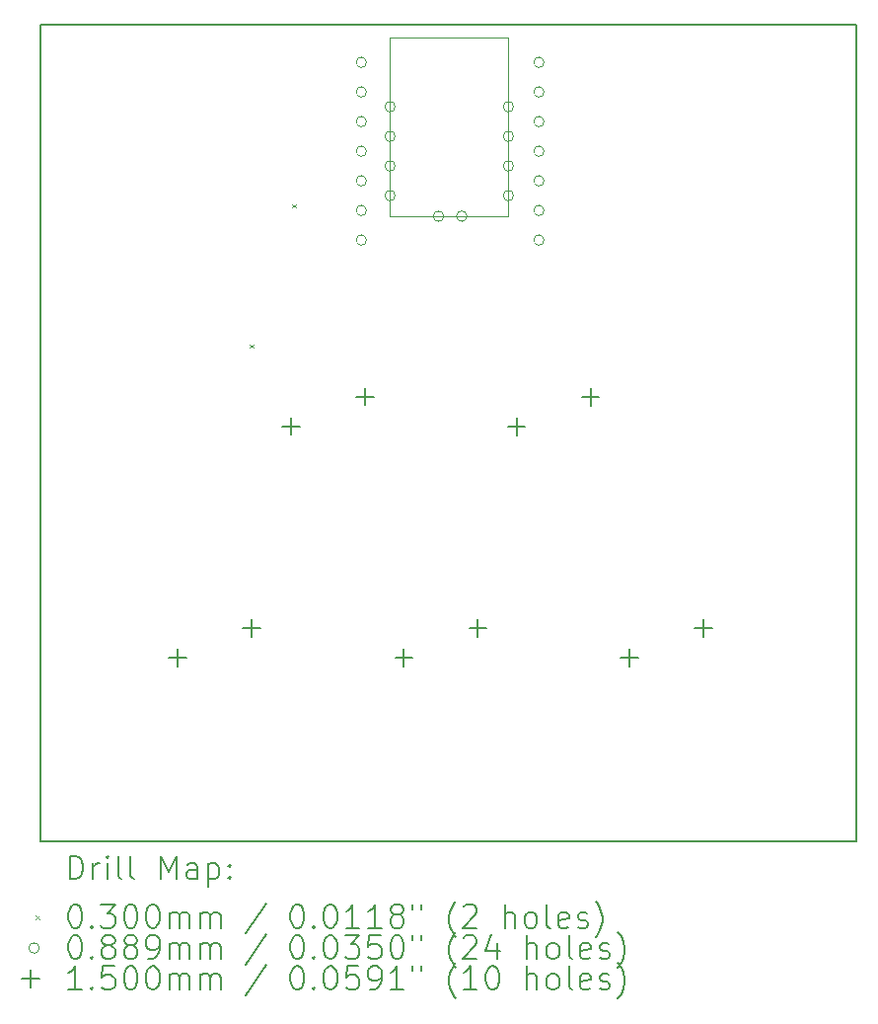
<source format=gbr>
%TF.GenerationSoftware,KiCad,Pcbnew,8.0.8*%
%TF.CreationDate,2025-02-25T17:24:45-05:00*%
%TF.ProjectId,keyboard,6b657962-6f61-4726-942e-6b696361645f,rev?*%
%TF.SameCoordinates,Original*%
%TF.FileFunction,Drillmap*%
%TF.FilePolarity,Positive*%
%FSLAX45Y45*%
G04 Gerber Fmt 4.5, Leading zero omitted, Abs format (unit mm)*
G04 Created by KiCad (PCBNEW 8.0.8) date 2025-02-25 17:24:45*
%MOMM*%
%LPD*%
G01*
G04 APERTURE LIST*
%ADD10C,0.200000*%
%ADD11C,0.120000*%
%ADD12C,0.100000*%
%ADD13C,0.150000*%
G04 APERTURE END LIST*
D10*
X9650000Y-8610500D02*
X16650000Y-8610500D01*
X16650000Y-15610500D01*
X9650000Y-15610500D01*
X9650000Y-8610500D01*
D11*
X12650000Y-8716500D02*
X12650000Y-10248981D01*
X12650000Y-10248981D02*
X13665901Y-10248981D01*
X13665901Y-8716500D02*
X12650000Y-8716500D01*
X13666000Y-10248981D02*
X13666000Y-8716500D01*
D10*
D12*
X11449000Y-11347500D02*
X11479000Y-11377500D01*
X11479000Y-11347500D02*
X11449000Y-11377500D01*
X11810000Y-10145500D02*
X11840000Y-10175500D01*
X11840000Y-10145500D02*
X11810000Y-10175500D01*
X12448351Y-8929500D02*
G75*
G02*
X12359451Y-8929500I-44450J0D01*
G01*
X12359451Y-8929500D02*
G75*
G02*
X12448351Y-8929500I44450J0D01*
G01*
X12448351Y-9183500D02*
G75*
G02*
X12359451Y-9183500I-44450J0D01*
G01*
X12359451Y-9183500D02*
G75*
G02*
X12448351Y-9183500I44450J0D01*
G01*
X12448351Y-9437500D02*
G75*
G02*
X12359451Y-9437500I-44450J0D01*
G01*
X12359451Y-9437500D02*
G75*
G02*
X12448351Y-9437500I44450J0D01*
G01*
X12448351Y-9691500D02*
G75*
G02*
X12359451Y-9691500I-44450J0D01*
G01*
X12359451Y-9691500D02*
G75*
G02*
X12448351Y-9691500I44450J0D01*
G01*
X12448351Y-9945500D02*
G75*
G02*
X12359451Y-9945500I-44450J0D01*
G01*
X12359451Y-9945500D02*
G75*
G02*
X12448351Y-9945500I44450J0D01*
G01*
X12448351Y-10199500D02*
G75*
G02*
X12359451Y-10199500I-44450J0D01*
G01*
X12359451Y-10199500D02*
G75*
G02*
X12448351Y-10199500I44450J0D01*
G01*
X12448351Y-10453500D02*
G75*
G02*
X12359451Y-10453500I-44450J0D01*
G01*
X12359451Y-10453500D02*
G75*
G02*
X12448351Y-10453500I44450J0D01*
G01*
X12694450Y-9310500D02*
G75*
G02*
X12605550Y-9310500I-44450J0D01*
G01*
X12605550Y-9310500D02*
G75*
G02*
X12694450Y-9310500I44450J0D01*
G01*
X12694450Y-9564500D02*
G75*
G02*
X12605550Y-9564500I-44450J0D01*
G01*
X12605550Y-9564500D02*
G75*
G02*
X12694450Y-9564500I44450J0D01*
G01*
X12694450Y-9818500D02*
G75*
G02*
X12605550Y-9818500I-44450J0D01*
G01*
X12605550Y-9818500D02*
G75*
G02*
X12694450Y-9818500I44450J0D01*
G01*
X12694450Y-10072500D02*
G75*
G02*
X12605550Y-10072500I-44450J0D01*
G01*
X12605550Y-10072500D02*
G75*
G02*
X12694450Y-10072500I44450J0D01*
G01*
X13110351Y-10248981D02*
G75*
G02*
X13021451Y-10248981I-44450J0D01*
G01*
X13021451Y-10248981D02*
G75*
G02*
X13110351Y-10248981I44450J0D01*
G01*
X13310351Y-10248981D02*
G75*
G02*
X13221451Y-10248981I-44450J0D01*
G01*
X13221451Y-10248981D02*
G75*
G02*
X13310351Y-10248981I44450J0D01*
G01*
X13710450Y-9310500D02*
G75*
G02*
X13621550Y-9310500I-44450J0D01*
G01*
X13621550Y-9310500D02*
G75*
G02*
X13710450Y-9310500I44450J0D01*
G01*
X13710450Y-9564500D02*
G75*
G02*
X13621550Y-9564500I-44450J0D01*
G01*
X13621550Y-9564500D02*
G75*
G02*
X13710450Y-9564500I44450J0D01*
G01*
X13710450Y-9818500D02*
G75*
G02*
X13621550Y-9818500I-44450J0D01*
G01*
X13621550Y-9818500D02*
G75*
G02*
X13710450Y-9818500I44450J0D01*
G01*
X13710450Y-10072500D02*
G75*
G02*
X13621550Y-10072500I-44450J0D01*
G01*
X13621550Y-10072500D02*
G75*
G02*
X13710450Y-10072500I44450J0D01*
G01*
X13972351Y-8929500D02*
G75*
G02*
X13883451Y-8929500I-44450J0D01*
G01*
X13883451Y-8929500D02*
G75*
G02*
X13972351Y-8929500I44450J0D01*
G01*
X13972351Y-9183500D02*
G75*
G02*
X13883451Y-9183500I-44450J0D01*
G01*
X13883451Y-9183500D02*
G75*
G02*
X13972351Y-9183500I44450J0D01*
G01*
X13972351Y-9437500D02*
G75*
G02*
X13883451Y-9437500I-44450J0D01*
G01*
X13883451Y-9437500D02*
G75*
G02*
X13972351Y-9437500I44450J0D01*
G01*
X13972351Y-9691500D02*
G75*
G02*
X13883451Y-9691500I-44450J0D01*
G01*
X13883451Y-9691500D02*
G75*
G02*
X13972351Y-9691500I44450J0D01*
G01*
X13972351Y-9945500D02*
G75*
G02*
X13883451Y-9945500I-44450J0D01*
G01*
X13883451Y-9945500D02*
G75*
G02*
X13972351Y-9945500I44450J0D01*
G01*
X13972351Y-10199500D02*
G75*
G02*
X13883451Y-10199500I-44450J0D01*
G01*
X13883451Y-10199500D02*
G75*
G02*
X13972351Y-10199500I44450J0D01*
G01*
X13972351Y-10453500D02*
G75*
G02*
X13883451Y-10453500I-44450J0D01*
G01*
X13883451Y-10453500D02*
G75*
G02*
X13972351Y-10453500I44450J0D01*
G01*
D13*
X10829000Y-13961500D02*
X10829000Y-14111500D01*
X10754000Y-14036500D02*
X10904000Y-14036500D01*
X11464000Y-13707500D02*
X11464000Y-13857500D01*
X11389000Y-13782500D02*
X11539000Y-13782500D01*
X11799000Y-11974000D02*
X11799000Y-12124000D01*
X11724000Y-12049000D02*
X11874000Y-12049000D01*
X12434000Y-11720000D02*
X12434000Y-11870000D01*
X12359000Y-11795000D02*
X12509000Y-11795000D01*
X12770000Y-13960500D02*
X12770000Y-14110500D01*
X12695000Y-14035500D02*
X12845000Y-14035500D01*
X13405000Y-13706500D02*
X13405000Y-13856500D01*
X13330000Y-13781500D02*
X13480000Y-13781500D01*
X13736000Y-11975500D02*
X13736000Y-12125500D01*
X13661000Y-12050500D02*
X13811000Y-12050500D01*
X14371000Y-11721500D02*
X14371000Y-11871500D01*
X14296000Y-11796500D02*
X14446000Y-11796500D01*
X14704000Y-13961500D02*
X14704000Y-14111500D01*
X14629000Y-14036500D02*
X14779000Y-14036500D01*
X15339000Y-13707500D02*
X15339000Y-13857500D01*
X15264000Y-13782500D02*
X15414000Y-13782500D01*
D10*
X9900777Y-15931984D02*
X9900777Y-15731984D01*
X9900777Y-15731984D02*
X9948396Y-15731984D01*
X9948396Y-15731984D02*
X9976967Y-15741508D01*
X9976967Y-15741508D02*
X9996015Y-15760555D01*
X9996015Y-15760555D02*
X10005539Y-15779603D01*
X10005539Y-15779603D02*
X10015063Y-15817698D01*
X10015063Y-15817698D02*
X10015063Y-15846269D01*
X10015063Y-15846269D02*
X10005539Y-15884365D01*
X10005539Y-15884365D02*
X9996015Y-15903412D01*
X9996015Y-15903412D02*
X9976967Y-15922460D01*
X9976967Y-15922460D02*
X9948396Y-15931984D01*
X9948396Y-15931984D02*
X9900777Y-15931984D01*
X10100777Y-15931984D02*
X10100777Y-15798650D01*
X10100777Y-15836746D02*
X10110301Y-15817698D01*
X10110301Y-15817698D02*
X10119824Y-15808174D01*
X10119824Y-15808174D02*
X10138872Y-15798650D01*
X10138872Y-15798650D02*
X10157920Y-15798650D01*
X10224586Y-15931984D02*
X10224586Y-15798650D01*
X10224586Y-15731984D02*
X10215063Y-15741508D01*
X10215063Y-15741508D02*
X10224586Y-15751031D01*
X10224586Y-15751031D02*
X10234110Y-15741508D01*
X10234110Y-15741508D02*
X10224586Y-15731984D01*
X10224586Y-15731984D02*
X10224586Y-15751031D01*
X10348396Y-15931984D02*
X10329348Y-15922460D01*
X10329348Y-15922460D02*
X10319824Y-15903412D01*
X10319824Y-15903412D02*
X10319824Y-15731984D01*
X10453158Y-15931984D02*
X10434110Y-15922460D01*
X10434110Y-15922460D02*
X10424586Y-15903412D01*
X10424586Y-15903412D02*
X10424586Y-15731984D01*
X10681729Y-15931984D02*
X10681729Y-15731984D01*
X10681729Y-15731984D02*
X10748396Y-15874841D01*
X10748396Y-15874841D02*
X10815063Y-15731984D01*
X10815063Y-15731984D02*
X10815063Y-15931984D01*
X10996015Y-15931984D02*
X10996015Y-15827222D01*
X10996015Y-15827222D02*
X10986491Y-15808174D01*
X10986491Y-15808174D02*
X10967444Y-15798650D01*
X10967444Y-15798650D02*
X10929348Y-15798650D01*
X10929348Y-15798650D02*
X10910301Y-15808174D01*
X10996015Y-15922460D02*
X10976967Y-15931984D01*
X10976967Y-15931984D02*
X10929348Y-15931984D01*
X10929348Y-15931984D02*
X10910301Y-15922460D01*
X10910301Y-15922460D02*
X10900777Y-15903412D01*
X10900777Y-15903412D02*
X10900777Y-15884365D01*
X10900777Y-15884365D02*
X10910301Y-15865317D01*
X10910301Y-15865317D02*
X10929348Y-15855793D01*
X10929348Y-15855793D02*
X10976967Y-15855793D01*
X10976967Y-15855793D02*
X10996015Y-15846269D01*
X11091253Y-15798650D02*
X11091253Y-15998650D01*
X11091253Y-15808174D02*
X11110301Y-15798650D01*
X11110301Y-15798650D02*
X11148396Y-15798650D01*
X11148396Y-15798650D02*
X11167444Y-15808174D01*
X11167444Y-15808174D02*
X11176967Y-15817698D01*
X11176967Y-15817698D02*
X11186491Y-15836746D01*
X11186491Y-15836746D02*
X11186491Y-15893888D01*
X11186491Y-15893888D02*
X11176967Y-15912936D01*
X11176967Y-15912936D02*
X11167444Y-15922460D01*
X11167444Y-15922460D02*
X11148396Y-15931984D01*
X11148396Y-15931984D02*
X11110301Y-15931984D01*
X11110301Y-15931984D02*
X11091253Y-15922460D01*
X11272205Y-15912936D02*
X11281729Y-15922460D01*
X11281729Y-15922460D02*
X11272205Y-15931984D01*
X11272205Y-15931984D02*
X11262682Y-15922460D01*
X11262682Y-15922460D02*
X11272205Y-15912936D01*
X11272205Y-15912936D02*
X11272205Y-15931984D01*
X11272205Y-15808174D02*
X11281729Y-15817698D01*
X11281729Y-15817698D02*
X11272205Y-15827222D01*
X11272205Y-15827222D02*
X11262682Y-15817698D01*
X11262682Y-15817698D02*
X11272205Y-15808174D01*
X11272205Y-15808174D02*
X11272205Y-15827222D01*
D12*
X9610000Y-16245500D02*
X9640000Y-16275500D01*
X9640000Y-16245500D02*
X9610000Y-16275500D01*
D10*
X9938872Y-16151984D02*
X9957920Y-16151984D01*
X9957920Y-16151984D02*
X9976967Y-16161508D01*
X9976967Y-16161508D02*
X9986491Y-16171031D01*
X9986491Y-16171031D02*
X9996015Y-16190079D01*
X9996015Y-16190079D02*
X10005539Y-16228174D01*
X10005539Y-16228174D02*
X10005539Y-16275793D01*
X10005539Y-16275793D02*
X9996015Y-16313888D01*
X9996015Y-16313888D02*
X9986491Y-16332936D01*
X9986491Y-16332936D02*
X9976967Y-16342460D01*
X9976967Y-16342460D02*
X9957920Y-16351984D01*
X9957920Y-16351984D02*
X9938872Y-16351984D01*
X9938872Y-16351984D02*
X9919824Y-16342460D01*
X9919824Y-16342460D02*
X9910301Y-16332936D01*
X9910301Y-16332936D02*
X9900777Y-16313888D01*
X9900777Y-16313888D02*
X9891253Y-16275793D01*
X9891253Y-16275793D02*
X9891253Y-16228174D01*
X9891253Y-16228174D02*
X9900777Y-16190079D01*
X9900777Y-16190079D02*
X9910301Y-16171031D01*
X9910301Y-16171031D02*
X9919824Y-16161508D01*
X9919824Y-16161508D02*
X9938872Y-16151984D01*
X10091253Y-16332936D02*
X10100777Y-16342460D01*
X10100777Y-16342460D02*
X10091253Y-16351984D01*
X10091253Y-16351984D02*
X10081729Y-16342460D01*
X10081729Y-16342460D02*
X10091253Y-16332936D01*
X10091253Y-16332936D02*
X10091253Y-16351984D01*
X10167444Y-16151984D02*
X10291253Y-16151984D01*
X10291253Y-16151984D02*
X10224586Y-16228174D01*
X10224586Y-16228174D02*
X10253158Y-16228174D01*
X10253158Y-16228174D02*
X10272205Y-16237698D01*
X10272205Y-16237698D02*
X10281729Y-16247222D01*
X10281729Y-16247222D02*
X10291253Y-16266269D01*
X10291253Y-16266269D02*
X10291253Y-16313888D01*
X10291253Y-16313888D02*
X10281729Y-16332936D01*
X10281729Y-16332936D02*
X10272205Y-16342460D01*
X10272205Y-16342460D02*
X10253158Y-16351984D01*
X10253158Y-16351984D02*
X10196015Y-16351984D01*
X10196015Y-16351984D02*
X10176967Y-16342460D01*
X10176967Y-16342460D02*
X10167444Y-16332936D01*
X10415063Y-16151984D02*
X10434110Y-16151984D01*
X10434110Y-16151984D02*
X10453158Y-16161508D01*
X10453158Y-16161508D02*
X10462682Y-16171031D01*
X10462682Y-16171031D02*
X10472205Y-16190079D01*
X10472205Y-16190079D02*
X10481729Y-16228174D01*
X10481729Y-16228174D02*
X10481729Y-16275793D01*
X10481729Y-16275793D02*
X10472205Y-16313888D01*
X10472205Y-16313888D02*
X10462682Y-16332936D01*
X10462682Y-16332936D02*
X10453158Y-16342460D01*
X10453158Y-16342460D02*
X10434110Y-16351984D01*
X10434110Y-16351984D02*
X10415063Y-16351984D01*
X10415063Y-16351984D02*
X10396015Y-16342460D01*
X10396015Y-16342460D02*
X10386491Y-16332936D01*
X10386491Y-16332936D02*
X10376967Y-16313888D01*
X10376967Y-16313888D02*
X10367444Y-16275793D01*
X10367444Y-16275793D02*
X10367444Y-16228174D01*
X10367444Y-16228174D02*
X10376967Y-16190079D01*
X10376967Y-16190079D02*
X10386491Y-16171031D01*
X10386491Y-16171031D02*
X10396015Y-16161508D01*
X10396015Y-16161508D02*
X10415063Y-16151984D01*
X10605539Y-16151984D02*
X10624586Y-16151984D01*
X10624586Y-16151984D02*
X10643634Y-16161508D01*
X10643634Y-16161508D02*
X10653158Y-16171031D01*
X10653158Y-16171031D02*
X10662682Y-16190079D01*
X10662682Y-16190079D02*
X10672205Y-16228174D01*
X10672205Y-16228174D02*
X10672205Y-16275793D01*
X10672205Y-16275793D02*
X10662682Y-16313888D01*
X10662682Y-16313888D02*
X10653158Y-16332936D01*
X10653158Y-16332936D02*
X10643634Y-16342460D01*
X10643634Y-16342460D02*
X10624586Y-16351984D01*
X10624586Y-16351984D02*
X10605539Y-16351984D01*
X10605539Y-16351984D02*
X10586491Y-16342460D01*
X10586491Y-16342460D02*
X10576967Y-16332936D01*
X10576967Y-16332936D02*
X10567444Y-16313888D01*
X10567444Y-16313888D02*
X10557920Y-16275793D01*
X10557920Y-16275793D02*
X10557920Y-16228174D01*
X10557920Y-16228174D02*
X10567444Y-16190079D01*
X10567444Y-16190079D02*
X10576967Y-16171031D01*
X10576967Y-16171031D02*
X10586491Y-16161508D01*
X10586491Y-16161508D02*
X10605539Y-16151984D01*
X10757920Y-16351984D02*
X10757920Y-16218650D01*
X10757920Y-16237698D02*
X10767444Y-16228174D01*
X10767444Y-16228174D02*
X10786491Y-16218650D01*
X10786491Y-16218650D02*
X10815063Y-16218650D01*
X10815063Y-16218650D02*
X10834110Y-16228174D01*
X10834110Y-16228174D02*
X10843634Y-16247222D01*
X10843634Y-16247222D02*
X10843634Y-16351984D01*
X10843634Y-16247222D02*
X10853158Y-16228174D01*
X10853158Y-16228174D02*
X10872205Y-16218650D01*
X10872205Y-16218650D02*
X10900777Y-16218650D01*
X10900777Y-16218650D02*
X10919825Y-16228174D01*
X10919825Y-16228174D02*
X10929348Y-16247222D01*
X10929348Y-16247222D02*
X10929348Y-16351984D01*
X11024586Y-16351984D02*
X11024586Y-16218650D01*
X11024586Y-16237698D02*
X11034110Y-16228174D01*
X11034110Y-16228174D02*
X11053158Y-16218650D01*
X11053158Y-16218650D02*
X11081729Y-16218650D01*
X11081729Y-16218650D02*
X11100777Y-16228174D01*
X11100777Y-16228174D02*
X11110301Y-16247222D01*
X11110301Y-16247222D02*
X11110301Y-16351984D01*
X11110301Y-16247222D02*
X11119825Y-16228174D01*
X11119825Y-16228174D02*
X11138872Y-16218650D01*
X11138872Y-16218650D02*
X11167444Y-16218650D01*
X11167444Y-16218650D02*
X11186491Y-16228174D01*
X11186491Y-16228174D02*
X11196015Y-16247222D01*
X11196015Y-16247222D02*
X11196015Y-16351984D01*
X11586491Y-16142460D02*
X11415063Y-16399603D01*
X11843634Y-16151984D02*
X11862682Y-16151984D01*
X11862682Y-16151984D02*
X11881729Y-16161508D01*
X11881729Y-16161508D02*
X11891253Y-16171031D01*
X11891253Y-16171031D02*
X11900777Y-16190079D01*
X11900777Y-16190079D02*
X11910301Y-16228174D01*
X11910301Y-16228174D02*
X11910301Y-16275793D01*
X11910301Y-16275793D02*
X11900777Y-16313888D01*
X11900777Y-16313888D02*
X11891253Y-16332936D01*
X11891253Y-16332936D02*
X11881729Y-16342460D01*
X11881729Y-16342460D02*
X11862682Y-16351984D01*
X11862682Y-16351984D02*
X11843634Y-16351984D01*
X11843634Y-16351984D02*
X11824586Y-16342460D01*
X11824586Y-16342460D02*
X11815063Y-16332936D01*
X11815063Y-16332936D02*
X11805539Y-16313888D01*
X11805539Y-16313888D02*
X11796015Y-16275793D01*
X11796015Y-16275793D02*
X11796015Y-16228174D01*
X11796015Y-16228174D02*
X11805539Y-16190079D01*
X11805539Y-16190079D02*
X11815063Y-16171031D01*
X11815063Y-16171031D02*
X11824586Y-16161508D01*
X11824586Y-16161508D02*
X11843634Y-16151984D01*
X11996015Y-16332936D02*
X12005539Y-16342460D01*
X12005539Y-16342460D02*
X11996015Y-16351984D01*
X11996015Y-16351984D02*
X11986491Y-16342460D01*
X11986491Y-16342460D02*
X11996015Y-16332936D01*
X11996015Y-16332936D02*
X11996015Y-16351984D01*
X12129348Y-16151984D02*
X12148396Y-16151984D01*
X12148396Y-16151984D02*
X12167444Y-16161508D01*
X12167444Y-16161508D02*
X12176967Y-16171031D01*
X12176967Y-16171031D02*
X12186491Y-16190079D01*
X12186491Y-16190079D02*
X12196015Y-16228174D01*
X12196015Y-16228174D02*
X12196015Y-16275793D01*
X12196015Y-16275793D02*
X12186491Y-16313888D01*
X12186491Y-16313888D02*
X12176967Y-16332936D01*
X12176967Y-16332936D02*
X12167444Y-16342460D01*
X12167444Y-16342460D02*
X12148396Y-16351984D01*
X12148396Y-16351984D02*
X12129348Y-16351984D01*
X12129348Y-16351984D02*
X12110301Y-16342460D01*
X12110301Y-16342460D02*
X12100777Y-16332936D01*
X12100777Y-16332936D02*
X12091253Y-16313888D01*
X12091253Y-16313888D02*
X12081729Y-16275793D01*
X12081729Y-16275793D02*
X12081729Y-16228174D01*
X12081729Y-16228174D02*
X12091253Y-16190079D01*
X12091253Y-16190079D02*
X12100777Y-16171031D01*
X12100777Y-16171031D02*
X12110301Y-16161508D01*
X12110301Y-16161508D02*
X12129348Y-16151984D01*
X12386491Y-16351984D02*
X12272206Y-16351984D01*
X12329348Y-16351984D02*
X12329348Y-16151984D01*
X12329348Y-16151984D02*
X12310301Y-16180555D01*
X12310301Y-16180555D02*
X12291253Y-16199603D01*
X12291253Y-16199603D02*
X12272206Y-16209127D01*
X12576967Y-16351984D02*
X12462682Y-16351984D01*
X12519825Y-16351984D02*
X12519825Y-16151984D01*
X12519825Y-16151984D02*
X12500777Y-16180555D01*
X12500777Y-16180555D02*
X12481729Y-16199603D01*
X12481729Y-16199603D02*
X12462682Y-16209127D01*
X12691253Y-16237698D02*
X12672206Y-16228174D01*
X12672206Y-16228174D02*
X12662682Y-16218650D01*
X12662682Y-16218650D02*
X12653158Y-16199603D01*
X12653158Y-16199603D02*
X12653158Y-16190079D01*
X12653158Y-16190079D02*
X12662682Y-16171031D01*
X12662682Y-16171031D02*
X12672206Y-16161508D01*
X12672206Y-16161508D02*
X12691253Y-16151984D01*
X12691253Y-16151984D02*
X12729348Y-16151984D01*
X12729348Y-16151984D02*
X12748396Y-16161508D01*
X12748396Y-16161508D02*
X12757920Y-16171031D01*
X12757920Y-16171031D02*
X12767444Y-16190079D01*
X12767444Y-16190079D02*
X12767444Y-16199603D01*
X12767444Y-16199603D02*
X12757920Y-16218650D01*
X12757920Y-16218650D02*
X12748396Y-16228174D01*
X12748396Y-16228174D02*
X12729348Y-16237698D01*
X12729348Y-16237698D02*
X12691253Y-16237698D01*
X12691253Y-16237698D02*
X12672206Y-16247222D01*
X12672206Y-16247222D02*
X12662682Y-16256746D01*
X12662682Y-16256746D02*
X12653158Y-16275793D01*
X12653158Y-16275793D02*
X12653158Y-16313888D01*
X12653158Y-16313888D02*
X12662682Y-16332936D01*
X12662682Y-16332936D02*
X12672206Y-16342460D01*
X12672206Y-16342460D02*
X12691253Y-16351984D01*
X12691253Y-16351984D02*
X12729348Y-16351984D01*
X12729348Y-16351984D02*
X12748396Y-16342460D01*
X12748396Y-16342460D02*
X12757920Y-16332936D01*
X12757920Y-16332936D02*
X12767444Y-16313888D01*
X12767444Y-16313888D02*
X12767444Y-16275793D01*
X12767444Y-16275793D02*
X12757920Y-16256746D01*
X12757920Y-16256746D02*
X12748396Y-16247222D01*
X12748396Y-16247222D02*
X12729348Y-16237698D01*
X12843634Y-16151984D02*
X12843634Y-16190079D01*
X12919825Y-16151984D02*
X12919825Y-16190079D01*
X13215063Y-16428174D02*
X13205539Y-16418650D01*
X13205539Y-16418650D02*
X13186491Y-16390079D01*
X13186491Y-16390079D02*
X13176968Y-16371031D01*
X13176968Y-16371031D02*
X13167444Y-16342460D01*
X13167444Y-16342460D02*
X13157920Y-16294841D01*
X13157920Y-16294841D02*
X13157920Y-16256746D01*
X13157920Y-16256746D02*
X13167444Y-16209127D01*
X13167444Y-16209127D02*
X13176968Y-16180555D01*
X13176968Y-16180555D02*
X13186491Y-16161508D01*
X13186491Y-16161508D02*
X13205539Y-16132936D01*
X13205539Y-16132936D02*
X13215063Y-16123412D01*
X13281729Y-16171031D02*
X13291253Y-16161508D01*
X13291253Y-16161508D02*
X13310301Y-16151984D01*
X13310301Y-16151984D02*
X13357920Y-16151984D01*
X13357920Y-16151984D02*
X13376968Y-16161508D01*
X13376968Y-16161508D02*
X13386491Y-16171031D01*
X13386491Y-16171031D02*
X13396015Y-16190079D01*
X13396015Y-16190079D02*
X13396015Y-16209127D01*
X13396015Y-16209127D02*
X13386491Y-16237698D01*
X13386491Y-16237698D02*
X13272206Y-16351984D01*
X13272206Y-16351984D02*
X13396015Y-16351984D01*
X13634110Y-16351984D02*
X13634110Y-16151984D01*
X13719825Y-16351984D02*
X13719825Y-16247222D01*
X13719825Y-16247222D02*
X13710301Y-16228174D01*
X13710301Y-16228174D02*
X13691253Y-16218650D01*
X13691253Y-16218650D02*
X13662682Y-16218650D01*
X13662682Y-16218650D02*
X13643634Y-16228174D01*
X13643634Y-16228174D02*
X13634110Y-16237698D01*
X13843634Y-16351984D02*
X13824587Y-16342460D01*
X13824587Y-16342460D02*
X13815063Y-16332936D01*
X13815063Y-16332936D02*
X13805539Y-16313888D01*
X13805539Y-16313888D02*
X13805539Y-16256746D01*
X13805539Y-16256746D02*
X13815063Y-16237698D01*
X13815063Y-16237698D02*
X13824587Y-16228174D01*
X13824587Y-16228174D02*
X13843634Y-16218650D01*
X13843634Y-16218650D02*
X13872206Y-16218650D01*
X13872206Y-16218650D02*
X13891253Y-16228174D01*
X13891253Y-16228174D02*
X13900777Y-16237698D01*
X13900777Y-16237698D02*
X13910301Y-16256746D01*
X13910301Y-16256746D02*
X13910301Y-16313888D01*
X13910301Y-16313888D02*
X13900777Y-16332936D01*
X13900777Y-16332936D02*
X13891253Y-16342460D01*
X13891253Y-16342460D02*
X13872206Y-16351984D01*
X13872206Y-16351984D02*
X13843634Y-16351984D01*
X14024587Y-16351984D02*
X14005539Y-16342460D01*
X14005539Y-16342460D02*
X13996015Y-16323412D01*
X13996015Y-16323412D02*
X13996015Y-16151984D01*
X14176968Y-16342460D02*
X14157920Y-16351984D01*
X14157920Y-16351984D02*
X14119825Y-16351984D01*
X14119825Y-16351984D02*
X14100777Y-16342460D01*
X14100777Y-16342460D02*
X14091253Y-16323412D01*
X14091253Y-16323412D02*
X14091253Y-16247222D01*
X14091253Y-16247222D02*
X14100777Y-16228174D01*
X14100777Y-16228174D02*
X14119825Y-16218650D01*
X14119825Y-16218650D02*
X14157920Y-16218650D01*
X14157920Y-16218650D02*
X14176968Y-16228174D01*
X14176968Y-16228174D02*
X14186491Y-16247222D01*
X14186491Y-16247222D02*
X14186491Y-16266269D01*
X14186491Y-16266269D02*
X14091253Y-16285317D01*
X14262682Y-16342460D02*
X14281730Y-16351984D01*
X14281730Y-16351984D02*
X14319825Y-16351984D01*
X14319825Y-16351984D02*
X14338872Y-16342460D01*
X14338872Y-16342460D02*
X14348396Y-16323412D01*
X14348396Y-16323412D02*
X14348396Y-16313888D01*
X14348396Y-16313888D02*
X14338872Y-16294841D01*
X14338872Y-16294841D02*
X14319825Y-16285317D01*
X14319825Y-16285317D02*
X14291253Y-16285317D01*
X14291253Y-16285317D02*
X14272206Y-16275793D01*
X14272206Y-16275793D02*
X14262682Y-16256746D01*
X14262682Y-16256746D02*
X14262682Y-16247222D01*
X14262682Y-16247222D02*
X14272206Y-16228174D01*
X14272206Y-16228174D02*
X14291253Y-16218650D01*
X14291253Y-16218650D02*
X14319825Y-16218650D01*
X14319825Y-16218650D02*
X14338872Y-16228174D01*
X14415063Y-16428174D02*
X14424587Y-16418650D01*
X14424587Y-16418650D02*
X14443634Y-16390079D01*
X14443634Y-16390079D02*
X14453158Y-16371031D01*
X14453158Y-16371031D02*
X14462682Y-16342460D01*
X14462682Y-16342460D02*
X14472206Y-16294841D01*
X14472206Y-16294841D02*
X14472206Y-16256746D01*
X14472206Y-16256746D02*
X14462682Y-16209127D01*
X14462682Y-16209127D02*
X14453158Y-16180555D01*
X14453158Y-16180555D02*
X14443634Y-16161508D01*
X14443634Y-16161508D02*
X14424587Y-16132936D01*
X14424587Y-16132936D02*
X14415063Y-16123412D01*
D12*
X9640000Y-16524500D02*
G75*
G02*
X9551100Y-16524500I-44450J0D01*
G01*
X9551100Y-16524500D02*
G75*
G02*
X9640000Y-16524500I44450J0D01*
G01*
D10*
X9938872Y-16415984D02*
X9957920Y-16415984D01*
X9957920Y-16415984D02*
X9976967Y-16425508D01*
X9976967Y-16425508D02*
X9986491Y-16435031D01*
X9986491Y-16435031D02*
X9996015Y-16454079D01*
X9996015Y-16454079D02*
X10005539Y-16492174D01*
X10005539Y-16492174D02*
X10005539Y-16539793D01*
X10005539Y-16539793D02*
X9996015Y-16577888D01*
X9996015Y-16577888D02*
X9986491Y-16596936D01*
X9986491Y-16596936D02*
X9976967Y-16606460D01*
X9976967Y-16606460D02*
X9957920Y-16615984D01*
X9957920Y-16615984D02*
X9938872Y-16615984D01*
X9938872Y-16615984D02*
X9919824Y-16606460D01*
X9919824Y-16606460D02*
X9910301Y-16596936D01*
X9910301Y-16596936D02*
X9900777Y-16577888D01*
X9900777Y-16577888D02*
X9891253Y-16539793D01*
X9891253Y-16539793D02*
X9891253Y-16492174D01*
X9891253Y-16492174D02*
X9900777Y-16454079D01*
X9900777Y-16454079D02*
X9910301Y-16435031D01*
X9910301Y-16435031D02*
X9919824Y-16425508D01*
X9919824Y-16425508D02*
X9938872Y-16415984D01*
X10091253Y-16596936D02*
X10100777Y-16606460D01*
X10100777Y-16606460D02*
X10091253Y-16615984D01*
X10091253Y-16615984D02*
X10081729Y-16606460D01*
X10081729Y-16606460D02*
X10091253Y-16596936D01*
X10091253Y-16596936D02*
X10091253Y-16615984D01*
X10215063Y-16501698D02*
X10196015Y-16492174D01*
X10196015Y-16492174D02*
X10186491Y-16482650D01*
X10186491Y-16482650D02*
X10176967Y-16463603D01*
X10176967Y-16463603D02*
X10176967Y-16454079D01*
X10176967Y-16454079D02*
X10186491Y-16435031D01*
X10186491Y-16435031D02*
X10196015Y-16425508D01*
X10196015Y-16425508D02*
X10215063Y-16415984D01*
X10215063Y-16415984D02*
X10253158Y-16415984D01*
X10253158Y-16415984D02*
X10272205Y-16425508D01*
X10272205Y-16425508D02*
X10281729Y-16435031D01*
X10281729Y-16435031D02*
X10291253Y-16454079D01*
X10291253Y-16454079D02*
X10291253Y-16463603D01*
X10291253Y-16463603D02*
X10281729Y-16482650D01*
X10281729Y-16482650D02*
X10272205Y-16492174D01*
X10272205Y-16492174D02*
X10253158Y-16501698D01*
X10253158Y-16501698D02*
X10215063Y-16501698D01*
X10215063Y-16501698D02*
X10196015Y-16511222D01*
X10196015Y-16511222D02*
X10186491Y-16520746D01*
X10186491Y-16520746D02*
X10176967Y-16539793D01*
X10176967Y-16539793D02*
X10176967Y-16577888D01*
X10176967Y-16577888D02*
X10186491Y-16596936D01*
X10186491Y-16596936D02*
X10196015Y-16606460D01*
X10196015Y-16606460D02*
X10215063Y-16615984D01*
X10215063Y-16615984D02*
X10253158Y-16615984D01*
X10253158Y-16615984D02*
X10272205Y-16606460D01*
X10272205Y-16606460D02*
X10281729Y-16596936D01*
X10281729Y-16596936D02*
X10291253Y-16577888D01*
X10291253Y-16577888D02*
X10291253Y-16539793D01*
X10291253Y-16539793D02*
X10281729Y-16520746D01*
X10281729Y-16520746D02*
X10272205Y-16511222D01*
X10272205Y-16511222D02*
X10253158Y-16501698D01*
X10405539Y-16501698D02*
X10386491Y-16492174D01*
X10386491Y-16492174D02*
X10376967Y-16482650D01*
X10376967Y-16482650D02*
X10367444Y-16463603D01*
X10367444Y-16463603D02*
X10367444Y-16454079D01*
X10367444Y-16454079D02*
X10376967Y-16435031D01*
X10376967Y-16435031D02*
X10386491Y-16425508D01*
X10386491Y-16425508D02*
X10405539Y-16415984D01*
X10405539Y-16415984D02*
X10443634Y-16415984D01*
X10443634Y-16415984D02*
X10462682Y-16425508D01*
X10462682Y-16425508D02*
X10472205Y-16435031D01*
X10472205Y-16435031D02*
X10481729Y-16454079D01*
X10481729Y-16454079D02*
X10481729Y-16463603D01*
X10481729Y-16463603D02*
X10472205Y-16482650D01*
X10472205Y-16482650D02*
X10462682Y-16492174D01*
X10462682Y-16492174D02*
X10443634Y-16501698D01*
X10443634Y-16501698D02*
X10405539Y-16501698D01*
X10405539Y-16501698D02*
X10386491Y-16511222D01*
X10386491Y-16511222D02*
X10376967Y-16520746D01*
X10376967Y-16520746D02*
X10367444Y-16539793D01*
X10367444Y-16539793D02*
X10367444Y-16577888D01*
X10367444Y-16577888D02*
X10376967Y-16596936D01*
X10376967Y-16596936D02*
X10386491Y-16606460D01*
X10386491Y-16606460D02*
X10405539Y-16615984D01*
X10405539Y-16615984D02*
X10443634Y-16615984D01*
X10443634Y-16615984D02*
X10462682Y-16606460D01*
X10462682Y-16606460D02*
X10472205Y-16596936D01*
X10472205Y-16596936D02*
X10481729Y-16577888D01*
X10481729Y-16577888D02*
X10481729Y-16539793D01*
X10481729Y-16539793D02*
X10472205Y-16520746D01*
X10472205Y-16520746D02*
X10462682Y-16511222D01*
X10462682Y-16511222D02*
X10443634Y-16501698D01*
X10576967Y-16615984D02*
X10615063Y-16615984D01*
X10615063Y-16615984D02*
X10634110Y-16606460D01*
X10634110Y-16606460D02*
X10643634Y-16596936D01*
X10643634Y-16596936D02*
X10662682Y-16568365D01*
X10662682Y-16568365D02*
X10672205Y-16530269D01*
X10672205Y-16530269D02*
X10672205Y-16454079D01*
X10672205Y-16454079D02*
X10662682Y-16435031D01*
X10662682Y-16435031D02*
X10653158Y-16425508D01*
X10653158Y-16425508D02*
X10634110Y-16415984D01*
X10634110Y-16415984D02*
X10596015Y-16415984D01*
X10596015Y-16415984D02*
X10576967Y-16425508D01*
X10576967Y-16425508D02*
X10567444Y-16435031D01*
X10567444Y-16435031D02*
X10557920Y-16454079D01*
X10557920Y-16454079D02*
X10557920Y-16501698D01*
X10557920Y-16501698D02*
X10567444Y-16520746D01*
X10567444Y-16520746D02*
X10576967Y-16530269D01*
X10576967Y-16530269D02*
X10596015Y-16539793D01*
X10596015Y-16539793D02*
X10634110Y-16539793D01*
X10634110Y-16539793D02*
X10653158Y-16530269D01*
X10653158Y-16530269D02*
X10662682Y-16520746D01*
X10662682Y-16520746D02*
X10672205Y-16501698D01*
X10757920Y-16615984D02*
X10757920Y-16482650D01*
X10757920Y-16501698D02*
X10767444Y-16492174D01*
X10767444Y-16492174D02*
X10786491Y-16482650D01*
X10786491Y-16482650D02*
X10815063Y-16482650D01*
X10815063Y-16482650D02*
X10834110Y-16492174D01*
X10834110Y-16492174D02*
X10843634Y-16511222D01*
X10843634Y-16511222D02*
X10843634Y-16615984D01*
X10843634Y-16511222D02*
X10853158Y-16492174D01*
X10853158Y-16492174D02*
X10872205Y-16482650D01*
X10872205Y-16482650D02*
X10900777Y-16482650D01*
X10900777Y-16482650D02*
X10919825Y-16492174D01*
X10919825Y-16492174D02*
X10929348Y-16511222D01*
X10929348Y-16511222D02*
X10929348Y-16615984D01*
X11024586Y-16615984D02*
X11024586Y-16482650D01*
X11024586Y-16501698D02*
X11034110Y-16492174D01*
X11034110Y-16492174D02*
X11053158Y-16482650D01*
X11053158Y-16482650D02*
X11081729Y-16482650D01*
X11081729Y-16482650D02*
X11100777Y-16492174D01*
X11100777Y-16492174D02*
X11110301Y-16511222D01*
X11110301Y-16511222D02*
X11110301Y-16615984D01*
X11110301Y-16511222D02*
X11119825Y-16492174D01*
X11119825Y-16492174D02*
X11138872Y-16482650D01*
X11138872Y-16482650D02*
X11167444Y-16482650D01*
X11167444Y-16482650D02*
X11186491Y-16492174D01*
X11186491Y-16492174D02*
X11196015Y-16511222D01*
X11196015Y-16511222D02*
X11196015Y-16615984D01*
X11586491Y-16406460D02*
X11415063Y-16663603D01*
X11843634Y-16415984D02*
X11862682Y-16415984D01*
X11862682Y-16415984D02*
X11881729Y-16425508D01*
X11881729Y-16425508D02*
X11891253Y-16435031D01*
X11891253Y-16435031D02*
X11900777Y-16454079D01*
X11900777Y-16454079D02*
X11910301Y-16492174D01*
X11910301Y-16492174D02*
X11910301Y-16539793D01*
X11910301Y-16539793D02*
X11900777Y-16577888D01*
X11900777Y-16577888D02*
X11891253Y-16596936D01*
X11891253Y-16596936D02*
X11881729Y-16606460D01*
X11881729Y-16606460D02*
X11862682Y-16615984D01*
X11862682Y-16615984D02*
X11843634Y-16615984D01*
X11843634Y-16615984D02*
X11824586Y-16606460D01*
X11824586Y-16606460D02*
X11815063Y-16596936D01*
X11815063Y-16596936D02*
X11805539Y-16577888D01*
X11805539Y-16577888D02*
X11796015Y-16539793D01*
X11796015Y-16539793D02*
X11796015Y-16492174D01*
X11796015Y-16492174D02*
X11805539Y-16454079D01*
X11805539Y-16454079D02*
X11815063Y-16435031D01*
X11815063Y-16435031D02*
X11824586Y-16425508D01*
X11824586Y-16425508D02*
X11843634Y-16415984D01*
X11996015Y-16596936D02*
X12005539Y-16606460D01*
X12005539Y-16606460D02*
X11996015Y-16615984D01*
X11996015Y-16615984D02*
X11986491Y-16606460D01*
X11986491Y-16606460D02*
X11996015Y-16596936D01*
X11996015Y-16596936D02*
X11996015Y-16615984D01*
X12129348Y-16415984D02*
X12148396Y-16415984D01*
X12148396Y-16415984D02*
X12167444Y-16425508D01*
X12167444Y-16425508D02*
X12176967Y-16435031D01*
X12176967Y-16435031D02*
X12186491Y-16454079D01*
X12186491Y-16454079D02*
X12196015Y-16492174D01*
X12196015Y-16492174D02*
X12196015Y-16539793D01*
X12196015Y-16539793D02*
X12186491Y-16577888D01*
X12186491Y-16577888D02*
X12176967Y-16596936D01*
X12176967Y-16596936D02*
X12167444Y-16606460D01*
X12167444Y-16606460D02*
X12148396Y-16615984D01*
X12148396Y-16615984D02*
X12129348Y-16615984D01*
X12129348Y-16615984D02*
X12110301Y-16606460D01*
X12110301Y-16606460D02*
X12100777Y-16596936D01*
X12100777Y-16596936D02*
X12091253Y-16577888D01*
X12091253Y-16577888D02*
X12081729Y-16539793D01*
X12081729Y-16539793D02*
X12081729Y-16492174D01*
X12081729Y-16492174D02*
X12091253Y-16454079D01*
X12091253Y-16454079D02*
X12100777Y-16435031D01*
X12100777Y-16435031D02*
X12110301Y-16425508D01*
X12110301Y-16425508D02*
X12129348Y-16415984D01*
X12262682Y-16415984D02*
X12386491Y-16415984D01*
X12386491Y-16415984D02*
X12319825Y-16492174D01*
X12319825Y-16492174D02*
X12348396Y-16492174D01*
X12348396Y-16492174D02*
X12367444Y-16501698D01*
X12367444Y-16501698D02*
X12376967Y-16511222D01*
X12376967Y-16511222D02*
X12386491Y-16530269D01*
X12386491Y-16530269D02*
X12386491Y-16577888D01*
X12386491Y-16577888D02*
X12376967Y-16596936D01*
X12376967Y-16596936D02*
X12367444Y-16606460D01*
X12367444Y-16606460D02*
X12348396Y-16615984D01*
X12348396Y-16615984D02*
X12291253Y-16615984D01*
X12291253Y-16615984D02*
X12272206Y-16606460D01*
X12272206Y-16606460D02*
X12262682Y-16596936D01*
X12567444Y-16415984D02*
X12472206Y-16415984D01*
X12472206Y-16415984D02*
X12462682Y-16511222D01*
X12462682Y-16511222D02*
X12472206Y-16501698D01*
X12472206Y-16501698D02*
X12491253Y-16492174D01*
X12491253Y-16492174D02*
X12538872Y-16492174D01*
X12538872Y-16492174D02*
X12557920Y-16501698D01*
X12557920Y-16501698D02*
X12567444Y-16511222D01*
X12567444Y-16511222D02*
X12576967Y-16530269D01*
X12576967Y-16530269D02*
X12576967Y-16577888D01*
X12576967Y-16577888D02*
X12567444Y-16596936D01*
X12567444Y-16596936D02*
X12557920Y-16606460D01*
X12557920Y-16606460D02*
X12538872Y-16615984D01*
X12538872Y-16615984D02*
X12491253Y-16615984D01*
X12491253Y-16615984D02*
X12472206Y-16606460D01*
X12472206Y-16606460D02*
X12462682Y-16596936D01*
X12700777Y-16415984D02*
X12719825Y-16415984D01*
X12719825Y-16415984D02*
X12738872Y-16425508D01*
X12738872Y-16425508D02*
X12748396Y-16435031D01*
X12748396Y-16435031D02*
X12757920Y-16454079D01*
X12757920Y-16454079D02*
X12767444Y-16492174D01*
X12767444Y-16492174D02*
X12767444Y-16539793D01*
X12767444Y-16539793D02*
X12757920Y-16577888D01*
X12757920Y-16577888D02*
X12748396Y-16596936D01*
X12748396Y-16596936D02*
X12738872Y-16606460D01*
X12738872Y-16606460D02*
X12719825Y-16615984D01*
X12719825Y-16615984D02*
X12700777Y-16615984D01*
X12700777Y-16615984D02*
X12681729Y-16606460D01*
X12681729Y-16606460D02*
X12672206Y-16596936D01*
X12672206Y-16596936D02*
X12662682Y-16577888D01*
X12662682Y-16577888D02*
X12653158Y-16539793D01*
X12653158Y-16539793D02*
X12653158Y-16492174D01*
X12653158Y-16492174D02*
X12662682Y-16454079D01*
X12662682Y-16454079D02*
X12672206Y-16435031D01*
X12672206Y-16435031D02*
X12681729Y-16425508D01*
X12681729Y-16425508D02*
X12700777Y-16415984D01*
X12843634Y-16415984D02*
X12843634Y-16454079D01*
X12919825Y-16415984D02*
X12919825Y-16454079D01*
X13215063Y-16692174D02*
X13205539Y-16682650D01*
X13205539Y-16682650D02*
X13186491Y-16654079D01*
X13186491Y-16654079D02*
X13176968Y-16635031D01*
X13176968Y-16635031D02*
X13167444Y-16606460D01*
X13167444Y-16606460D02*
X13157920Y-16558841D01*
X13157920Y-16558841D02*
X13157920Y-16520746D01*
X13157920Y-16520746D02*
X13167444Y-16473127D01*
X13167444Y-16473127D02*
X13176968Y-16444555D01*
X13176968Y-16444555D02*
X13186491Y-16425508D01*
X13186491Y-16425508D02*
X13205539Y-16396936D01*
X13205539Y-16396936D02*
X13215063Y-16387412D01*
X13281729Y-16435031D02*
X13291253Y-16425508D01*
X13291253Y-16425508D02*
X13310301Y-16415984D01*
X13310301Y-16415984D02*
X13357920Y-16415984D01*
X13357920Y-16415984D02*
X13376968Y-16425508D01*
X13376968Y-16425508D02*
X13386491Y-16435031D01*
X13386491Y-16435031D02*
X13396015Y-16454079D01*
X13396015Y-16454079D02*
X13396015Y-16473127D01*
X13396015Y-16473127D02*
X13386491Y-16501698D01*
X13386491Y-16501698D02*
X13272206Y-16615984D01*
X13272206Y-16615984D02*
X13396015Y-16615984D01*
X13567444Y-16482650D02*
X13567444Y-16615984D01*
X13519825Y-16406460D02*
X13472206Y-16549317D01*
X13472206Y-16549317D02*
X13596015Y-16549317D01*
X13824587Y-16615984D02*
X13824587Y-16415984D01*
X13910301Y-16615984D02*
X13910301Y-16511222D01*
X13910301Y-16511222D02*
X13900777Y-16492174D01*
X13900777Y-16492174D02*
X13881730Y-16482650D01*
X13881730Y-16482650D02*
X13853158Y-16482650D01*
X13853158Y-16482650D02*
X13834110Y-16492174D01*
X13834110Y-16492174D02*
X13824587Y-16501698D01*
X14034110Y-16615984D02*
X14015063Y-16606460D01*
X14015063Y-16606460D02*
X14005539Y-16596936D01*
X14005539Y-16596936D02*
X13996015Y-16577888D01*
X13996015Y-16577888D02*
X13996015Y-16520746D01*
X13996015Y-16520746D02*
X14005539Y-16501698D01*
X14005539Y-16501698D02*
X14015063Y-16492174D01*
X14015063Y-16492174D02*
X14034110Y-16482650D01*
X14034110Y-16482650D02*
X14062682Y-16482650D01*
X14062682Y-16482650D02*
X14081730Y-16492174D01*
X14081730Y-16492174D02*
X14091253Y-16501698D01*
X14091253Y-16501698D02*
X14100777Y-16520746D01*
X14100777Y-16520746D02*
X14100777Y-16577888D01*
X14100777Y-16577888D02*
X14091253Y-16596936D01*
X14091253Y-16596936D02*
X14081730Y-16606460D01*
X14081730Y-16606460D02*
X14062682Y-16615984D01*
X14062682Y-16615984D02*
X14034110Y-16615984D01*
X14215063Y-16615984D02*
X14196015Y-16606460D01*
X14196015Y-16606460D02*
X14186491Y-16587412D01*
X14186491Y-16587412D02*
X14186491Y-16415984D01*
X14367444Y-16606460D02*
X14348396Y-16615984D01*
X14348396Y-16615984D02*
X14310301Y-16615984D01*
X14310301Y-16615984D02*
X14291253Y-16606460D01*
X14291253Y-16606460D02*
X14281730Y-16587412D01*
X14281730Y-16587412D02*
X14281730Y-16511222D01*
X14281730Y-16511222D02*
X14291253Y-16492174D01*
X14291253Y-16492174D02*
X14310301Y-16482650D01*
X14310301Y-16482650D02*
X14348396Y-16482650D01*
X14348396Y-16482650D02*
X14367444Y-16492174D01*
X14367444Y-16492174D02*
X14376968Y-16511222D01*
X14376968Y-16511222D02*
X14376968Y-16530269D01*
X14376968Y-16530269D02*
X14281730Y-16549317D01*
X14453158Y-16606460D02*
X14472206Y-16615984D01*
X14472206Y-16615984D02*
X14510301Y-16615984D01*
X14510301Y-16615984D02*
X14529349Y-16606460D01*
X14529349Y-16606460D02*
X14538872Y-16587412D01*
X14538872Y-16587412D02*
X14538872Y-16577888D01*
X14538872Y-16577888D02*
X14529349Y-16558841D01*
X14529349Y-16558841D02*
X14510301Y-16549317D01*
X14510301Y-16549317D02*
X14481730Y-16549317D01*
X14481730Y-16549317D02*
X14462682Y-16539793D01*
X14462682Y-16539793D02*
X14453158Y-16520746D01*
X14453158Y-16520746D02*
X14453158Y-16511222D01*
X14453158Y-16511222D02*
X14462682Y-16492174D01*
X14462682Y-16492174D02*
X14481730Y-16482650D01*
X14481730Y-16482650D02*
X14510301Y-16482650D01*
X14510301Y-16482650D02*
X14529349Y-16492174D01*
X14605539Y-16692174D02*
X14615063Y-16682650D01*
X14615063Y-16682650D02*
X14634111Y-16654079D01*
X14634111Y-16654079D02*
X14643634Y-16635031D01*
X14643634Y-16635031D02*
X14653158Y-16606460D01*
X14653158Y-16606460D02*
X14662682Y-16558841D01*
X14662682Y-16558841D02*
X14662682Y-16520746D01*
X14662682Y-16520746D02*
X14653158Y-16473127D01*
X14653158Y-16473127D02*
X14643634Y-16444555D01*
X14643634Y-16444555D02*
X14634111Y-16425508D01*
X14634111Y-16425508D02*
X14615063Y-16396936D01*
X14615063Y-16396936D02*
X14605539Y-16387412D01*
D13*
X9565000Y-16713500D02*
X9565000Y-16863500D01*
X9490000Y-16788500D02*
X9640000Y-16788500D01*
D10*
X10005539Y-16879984D02*
X9891253Y-16879984D01*
X9948396Y-16879984D02*
X9948396Y-16679984D01*
X9948396Y-16679984D02*
X9929348Y-16708555D01*
X9929348Y-16708555D02*
X9910301Y-16727603D01*
X9910301Y-16727603D02*
X9891253Y-16737127D01*
X10091253Y-16860936D02*
X10100777Y-16870460D01*
X10100777Y-16870460D02*
X10091253Y-16879984D01*
X10091253Y-16879984D02*
X10081729Y-16870460D01*
X10081729Y-16870460D02*
X10091253Y-16860936D01*
X10091253Y-16860936D02*
X10091253Y-16879984D01*
X10281729Y-16679984D02*
X10186491Y-16679984D01*
X10186491Y-16679984D02*
X10176967Y-16775222D01*
X10176967Y-16775222D02*
X10186491Y-16765698D01*
X10186491Y-16765698D02*
X10205539Y-16756174D01*
X10205539Y-16756174D02*
X10253158Y-16756174D01*
X10253158Y-16756174D02*
X10272205Y-16765698D01*
X10272205Y-16765698D02*
X10281729Y-16775222D01*
X10281729Y-16775222D02*
X10291253Y-16794270D01*
X10291253Y-16794270D02*
X10291253Y-16841889D01*
X10291253Y-16841889D02*
X10281729Y-16860936D01*
X10281729Y-16860936D02*
X10272205Y-16870460D01*
X10272205Y-16870460D02*
X10253158Y-16879984D01*
X10253158Y-16879984D02*
X10205539Y-16879984D01*
X10205539Y-16879984D02*
X10186491Y-16870460D01*
X10186491Y-16870460D02*
X10176967Y-16860936D01*
X10415063Y-16679984D02*
X10434110Y-16679984D01*
X10434110Y-16679984D02*
X10453158Y-16689508D01*
X10453158Y-16689508D02*
X10462682Y-16699031D01*
X10462682Y-16699031D02*
X10472205Y-16718079D01*
X10472205Y-16718079D02*
X10481729Y-16756174D01*
X10481729Y-16756174D02*
X10481729Y-16803793D01*
X10481729Y-16803793D02*
X10472205Y-16841889D01*
X10472205Y-16841889D02*
X10462682Y-16860936D01*
X10462682Y-16860936D02*
X10453158Y-16870460D01*
X10453158Y-16870460D02*
X10434110Y-16879984D01*
X10434110Y-16879984D02*
X10415063Y-16879984D01*
X10415063Y-16879984D02*
X10396015Y-16870460D01*
X10396015Y-16870460D02*
X10386491Y-16860936D01*
X10386491Y-16860936D02*
X10376967Y-16841889D01*
X10376967Y-16841889D02*
X10367444Y-16803793D01*
X10367444Y-16803793D02*
X10367444Y-16756174D01*
X10367444Y-16756174D02*
X10376967Y-16718079D01*
X10376967Y-16718079D02*
X10386491Y-16699031D01*
X10386491Y-16699031D02*
X10396015Y-16689508D01*
X10396015Y-16689508D02*
X10415063Y-16679984D01*
X10605539Y-16679984D02*
X10624586Y-16679984D01*
X10624586Y-16679984D02*
X10643634Y-16689508D01*
X10643634Y-16689508D02*
X10653158Y-16699031D01*
X10653158Y-16699031D02*
X10662682Y-16718079D01*
X10662682Y-16718079D02*
X10672205Y-16756174D01*
X10672205Y-16756174D02*
X10672205Y-16803793D01*
X10672205Y-16803793D02*
X10662682Y-16841889D01*
X10662682Y-16841889D02*
X10653158Y-16860936D01*
X10653158Y-16860936D02*
X10643634Y-16870460D01*
X10643634Y-16870460D02*
X10624586Y-16879984D01*
X10624586Y-16879984D02*
X10605539Y-16879984D01*
X10605539Y-16879984D02*
X10586491Y-16870460D01*
X10586491Y-16870460D02*
X10576967Y-16860936D01*
X10576967Y-16860936D02*
X10567444Y-16841889D01*
X10567444Y-16841889D02*
X10557920Y-16803793D01*
X10557920Y-16803793D02*
X10557920Y-16756174D01*
X10557920Y-16756174D02*
X10567444Y-16718079D01*
X10567444Y-16718079D02*
X10576967Y-16699031D01*
X10576967Y-16699031D02*
X10586491Y-16689508D01*
X10586491Y-16689508D02*
X10605539Y-16679984D01*
X10757920Y-16879984D02*
X10757920Y-16746650D01*
X10757920Y-16765698D02*
X10767444Y-16756174D01*
X10767444Y-16756174D02*
X10786491Y-16746650D01*
X10786491Y-16746650D02*
X10815063Y-16746650D01*
X10815063Y-16746650D02*
X10834110Y-16756174D01*
X10834110Y-16756174D02*
X10843634Y-16775222D01*
X10843634Y-16775222D02*
X10843634Y-16879984D01*
X10843634Y-16775222D02*
X10853158Y-16756174D01*
X10853158Y-16756174D02*
X10872205Y-16746650D01*
X10872205Y-16746650D02*
X10900777Y-16746650D01*
X10900777Y-16746650D02*
X10919825Y-16756174D01*
X10919825Y-16756174D02*
X10929348Y-16775222D01*
X10929348Y-16775222D02*
X10929348Y-16879984D01*
X11024586Y-16879984D02*
X11024586Y-16746650D01*
X11024586Y-16765698D02*
X11034110Y-16756174D01*
X11034110Y-16756174D02*
X11053158Y-16746650D01*
X11053158Y-16746650D02*
X11081729Y-16746650D01*
X11081729Y-16746650D02*
X11100777Y-16756174D01*
X11100777Y-16756174D02*
X11110301Y-16775222D01*
X11110301Y-16775222D02*
X11110301Y-16879984D01*
X11110301Y-16775222D02*
X11119825Y-16756174D01*
X11119825Y-16756174D02*
X11138872Y-16746650D01*
X11138872Y-16746650D02*
X11167444Y-16746650D01*
X11167444Y-16746650D02*
X11186491Y-16756174D01*
X11186491Y-16756174D02*
X11196015Y-16775222D01*
X11196015Y-16775222D02*
X11196015Y-16879984D01*
X11586491Y-16670460D02*
X11415063Y-16927603D01*
X11843634Y-16679984D02*
X11862682Y-16679984D01*
X11862682Y-16679984D02*
X11881729Y-16689508D01*
X11881729Y-16689508D02*
X11891253Y-16699031D01*
X11891253Y-16699031D02*
X11900777Y-16718079D01*
X11900777Y-16718079D02*
X11910301Y-16756174D01*
X11910301Y-16756174D02*
X11910301Y-16803793D01*
X11910301Y-16803793D02*
X11900777Y-16841889D01*
X11900777Y-16841889D02*
X11891253Y-16860936D01*
X11891253Y-16860936D02*
X11881729Y-16870460D01*
X11881729Y-16870460D02*
X11862682Y-16879984D01*
X11862682Y-16879984D02*
X11843634Y-16879984D01*
X11843634Y-16879984D02*
X11824586Y-16870460D01*
X11824586Y-16870460D02*
X11815063Y-16860936D01*
X11815063Y-16860936D02*
X11805539Y-16841889D01*
X11805539Y-16841889D02*
X11796015Y-16803793D01*
X11796015Y-16803793D02*
X11796015Y-16756174D01*
X11796015Y-16756174D02*
X11805539Y-16718079D01*
X11805539Y-16718079D02*
X11815063Y-16699031D01*
X11815063Y-16699031D02*
X11824586Y-16689508D01*
X11824586Y-16689508D02*
X11843634Y-16679984D01*
X11996015Y-16860936D02*
X12005539Y-16870460D01*
X12005539Y-16870460D02*
X11996015Y-16879984D01*
X11996015Y-16879984D02*
X11986491Y-16870460D01*
X11986491Y-16870460D02*
X11996015Y-16860936D01*
X11996015Y-16860936D02*
X11996015Y-16879984D01*
X12129348Y-16679984D02*
X12148396Y-16679984D01*
X12148396Y-16679984D02*
X12167444Y-16689508D01*
X12167444Y-16689508D02*
X12176967Y-16699031D01*
X12176967Y-16699031D02*
X12186491Y-16718079D01*
X12186491Y-16718079D02*
X12196015Y-16756174D01*
X12196015Y-16756174D02*
X12196015Y-16803793D01*
X12196015Y-16803793D02*
X12186491Y-16841889D01*
X12186491Y-16841889D02*
X12176967Y-16860936D01*
X12176967Y-16860936D02*
X12167444Y-16870460D01*
X12167444Y-16870460D02*
X12148396Y-16879984D01*
X12148396Y-16879984D02*
X12129348Y-16879984D01*
X12129348Y-16879984D02*
X12110301Y-16870460D01*
X12110301Y-16870460D02*
X12100777Y-16860936D01*
X12100777Y-16860936D02*
X12091253Y-16841889D01*
X12091253Y-16841889D02*
X12081729Y-16803793D01*
X12081729Y-16803793D02*
X12081729Y-16756174D01*
X12081729Y-16756174D02*
X12091253Y-16718079D01*
X12091253Y-16718079D02*
X12100777Y-16699031D01*
X12100777Y-16699031D02*
X12110301Y-16689508D01*
X12110301Y-16689508D02*
X12129348Y-16679984D01*
X12376967Y-16679984D02*
X12281729Y-16679984D01*
X12281729Y-16679984D02*
X12272206Y-16775222D01*
X12272206Y-16775222D02*
X12281729Y-16765698D01*
X12281729Y-16765698D02*
X12300777Y-16756174D01*
X12300777Y-16756174D02*
X12348396Y-16756174D01*
X12348396Y-16756174D02*
X12367444Y-16765698D01*
X12367444Y-16765698D02*
X12376967Y-16775222D01*
X12376967Y-16775222D02*
X12386491Y-16794270D01*
X12386491Y-16794270D02*
X12386491Y-16841889D01*
X12386491Y-16841889D02*
X12376967Y-16860936D01*
X12376967Y-16860936D02*
X12367444Y-16870460D01*
X12367444Y-16870460D02*
X12348396Y-16879984D01*
X12348396Y-16879984D02*
X12300777Y-16879984D01*
X12300777Y-16879984D02*
X12281729Y-16870460D01*
X12281729Y-16870460D02*
X12272206Y-16860936D01*
X12481729Y-16879984D02*
X12519825Y-16879984D01*
X12519825Y-16879984D02*
X12538872Y-16870460D01*
X12538872Y-16870460D02*
X12548396Y-16860936D01*
X12548396Y-16860936D02*
X12567444Y-16832365D01*
X12567444Y-16832365D02*
X12576967Y-16794270D01*
X12576967Y-16794270D02*
X12576967Y-16718079D01*
X12576967Y-16718079D02*
X12567444Y-16699031D01*
X12567444Y-16699031D02*
X12557920Y-16689508D01*
X12557920Y-16689508D02*
X12538872Y-16679984D01*
X12538872Y-16679984D02*
X12500777Y-16679984D01*
X12500777Y-16679984D02*
X12481729Y-16689508D01*
X12481729Y-16689508D02*
X12472206Y-16699031D01*
X12472206Y-16699031D02*
X12462682Y-16718079D01*
X12462682Y-16718079D02*
X12462682Y-16765698D01*
X12462682Y-16765698D02*
X12472206Y-16784746D01*
X12472206Y-16784746D02*
X12481729Y-16794270D01*
X12481729Y-16794270D02*
X12500777Y-16803793D01*
X12500777Y-16803793D02*
X12538872Y-16803793D01*
X12538872Y-16803793D02*
X12557920Y-16794270D01*
X12557920Y-16794270D02*
X12567444Y-16784746D01*
X12567444Y-16784746D02*
X12576967Y-16765698D01*
X12767444Y-16879984D02*
X12653158Y-16879984D01*
X12710301Y-16879984D02*
X12710301Y-16679984D01*
X12710301Y-16679984D02*
X12691253Y-16708555D01*
X12691253Y-16708555D02*
X12672206Y-16727603D01*
X12672206Y-16727603D02*
X12653158Y-16737127D01*
X12843634Y-16679984D02*
X12843634Y-16718079D01*
X12919825Y-16679984D02*
X12919825Y-16718079D01*
X13215063Y-16956174D02*
X13205539Y-16946650D01*
X13205539Y-16946650D02*
X13186491Y-16918079D01*
X13186491Y-16918079D02*
X13176968Y-16899031D01*
X13176968Y-16899031D02*
X13167444Y-16870460D01*
X13167444Y-16870460D02*
X13157920Y-16822841D01*
X13157920Y-16822841D02*
X13157920Y-16784746D01*
X13157920Y-16784746D02*
X13167444Y-16737127D01*
X13167444Y-16737127D02*
X13176968Y-16708555D01*
X13176968Y-16708555D02*
X13186491Y-16689508D01*
X13186491Y-16689508D02*
X13205539Y-16660936D01*
X13205539Y-16660936D02*
X13215063Y-16651412D01*
X13396015Y-16879984D02*
X13281729Y-16879984D01*
X13338872Y-16879984D02*
X13338872Y-16679984D01*
X13338872Y-16679984D02*
X13319825Y-16708555D01*
X13319825Y-16708555D02*
X13300777Y-16727603D01*
X13300777Y-16727603D02*
X13281729Y-16737127D01*
X13519825Y-16679984D02*
X13538872Y-16679984D01*
X13538872Y-16679984D02*
X13557920Y-16689508D01*
X13557920Y-16689508D02*
X13567444Y-16699031D01*
X13567444Y-16699031D02*
X13576968Y-16718079D01*
X13576968Y-16718079D02*
X13586491Y-16756174D01*
X13586491Y-16756174D02*
X13586491Y-16803793D01*
X13586491Y-16803793D02*
X13576968Y-16841889D01*
X13576968Y-16841889D02*
X13567444Y-16860936D01*
X13567444Y-16860936D02*
X13557920Y-16870460D01*
X13557920Y-16870460D02*
X13538872Y-16879984D01*
X13538872Y-16879984D02*
X13519825Y-16879984D01*
X13519825Y-16879984D02*
X13500777Y-16870460D01*
X13500777Y-16870460D02*
X13491253Y-16860936D01*
X13491253Y-16860936D02*
X13481729Y-16841889D01*
X13481729Y-16841889D02*
X13472206Y-16803793D01*
X13472206Y-16803793D02*
X13472206Y-16756174D01*
X13472206Y-16756174D02*
X13481729Y-16718079D01*
X13481729Y-16718079D02*
X13491253Y-16699031D01*
X13491253Y-16699031D02*
X13500777Y-16689508D01*
X13500777Y-16689508D02*
X13519825Y-16679984D01*
X13824587Y-16879984D02*
X13824587Y-16679984D01*
X13910301Y-16879984D02*
X13910301Y-16775222D01*
X13910301Y-16775222D02*
X13900777Y-16756174D01*
X13900777Y-16756174D02*
X13881730Y-16746650D01*
X13881730Y-16746650D02*
X13853158Y-16746650D01*
X13853158Y-16746650D02*
X13834110Y-16756174D01*
X13834110Y-16756174D02*
X13824587Y-16765698D01*
X14034110Y-16879984D02*
X14015063Y-16870460D01*
X14015063Y-16870460D02*
X14005539Y-16860936D01*
X14005539Y-16860936D02*
X13996015Y-16841889D01*
X13996015Y-16841889D02*
X13996015Y-16784746D01*
X13996015Y-16784746D02*
X14005539Y-16765698D01*
X14005539Y-16765698D02*
X14015063Y-16756174D01*
X14015063Y-16756174D02*
X14034110Y-16746650D01*
X14034110Y-16746650D02*
X14062682Y-16746650D01*
X14062682Y-16746650D02*
X14081730Y-16756174D01*
X14081730Y-16756174D02*
X14091253Y-16765698D01*
X14091253Y-16765698D02*
X14100777Y-16784746D01*
X14100777Y-16784746D02*
X14100777Y-16841889D01*
X14100777Y-16841889D02*
X14091253Y-16860936D01*
X14091253Y-16860936D02*
X14081730Y-16870460D01*
X14081730Y-16870460D02*
X14062682Y-16879984D01*
X14062682Y-16879984D02*
X14034110Y-16879984D01*
X14215063Y-16879984D02*
X14196015Y-16870460D01*
X14196015Y-16870460D02*
X14186491Y-16851412D01*
X14186491Y-16851412D02*
X14186491Y-16679984D01*
X14367444Y-16870460D02*
X14348396Y-16879984D01*
X14348396Y-16879984D02*
X14310301Y-16879984D01*
X14310301Y-16879984D02*
X14291253Y-16870460D01*
X14291253Y-16870460D02*
X14281730Y-16851412D01*
X14281730Y-16851412D02*
X14281730Y-16775222D01*
X14281730Y-16775222D02*
X14291253Y-16756174D01*
X14291253Y-16756174D02*
X14310301Y-16746650D01*
X14310301Y-16746650D02*
X14348396Y-16746650D01*
X14348396Y-16746650D02*
X14367444Y-16756174D01*
X14367444Y-16756174D02*
X14376968Y-16775222D01*
X14376968Y-16775222D02*
X14376968Y-16794270D01*
X14376968Y-16794270D02*
X14281730Y-16813317D01*
X14453158Y-16870460D02*
X14472206Y-16879984D01*
X14472206Y-16879984D02*
X14510301Y-16879984D01*
X14510301Y-16879984D02*
X14529349Y-16870460D01*
X14529349Y-16870460D02*
X14538872Y-16851412D01*
X14538872Y-16851412D02*
X14538872Y-16841889D01*
X14538872Y-16841889D02*
X14529349Y-16822841D01*
X14529349Y-16822841D02*
X14510301Y-16813317D01*
X14510301Y-16813317D02*
X14481730Y-16813317D01*
X14481730Y-16813317D02*
X14462682Y-16803793D01*
X14462682Y-16803793D02*
X14453158Y-16784746D01*
X14453158Y-16784746D02*
X14453158Y-16775222D01*
X14453158Y-16775222D02*
X14462682Y-16756174D01*
X14462682Y-16756174D02*
X14481730Y-16746650D01*
X14481730Y-16746650D02*
X14510301Y-16746650D01*
X14510301Y-16746650D02*
X14529349Y-16756174D01*
X14605539Y-16956174D02*
X14615063Y-16946650D01*
X14615063Y-16946650D02*
X14634111Y-16918079D01*
X14634111Y-16918079D02*
X14643634Y-16899031D01*
X14643634Y-16899031D02*
X14653158Y-16870460D01*
X14653158Y-16870460D02*
X14662682Y-16822841D01*
X14662682Y-16822841D02*
X14662682Y-16784746D01*
X14662682Y-16784746D02*
X14653158Y-16737127D01*
X14653158Y-16737127D02*
X14643634Y-16708555D01*
X14643634Y-16708555D02*
X14634111Y-16689508D01*
X14634111Y-16689508D02*
X14615063Y-16660936D01*
X14615063Y-16660936D02*
X14605539Y-16651412D01*
M02*

</source>
